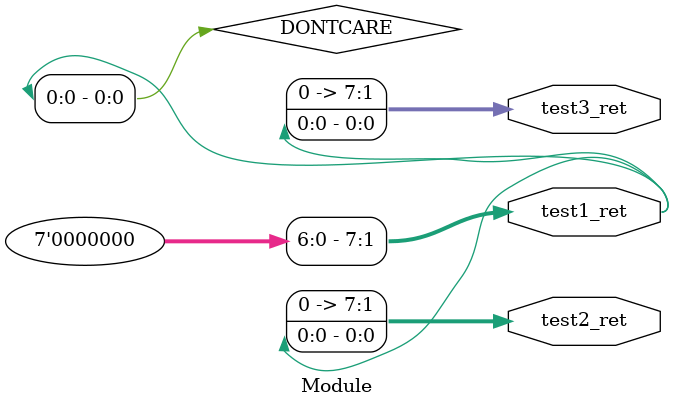
<source format=sv>
`include "metron/tools/metron_tools.sv"


module Module (
  // test1() ports
  output logic[7:0] test1_ret,
  // test2() ports
  output logic[7:0] test2_ret,
  // test3() ports
  output logic[7:0] test3_ret
);
/*public:*/

  always_comb begin : test1
    test1_ret = DONTCARE;
  end

  always_comb begin : test2
    test2_ret = 8'(DONTCARE);
  end

  always_comb begin : test3
    test3_ret = (8)'(DONTCARE);
  end
endmodule

</source>
